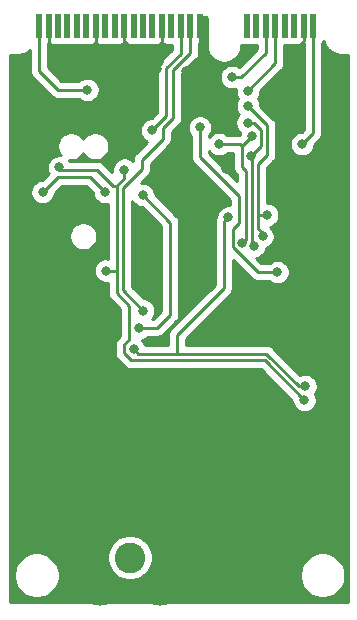
<source format=gbr>
G04 #@! TF.GenerationSoftware,KiCad,Pcbnew,5.1.9-73d0e3b20d~88~ubuntu20.04.1*
G04 #@! TF.CreationDate,2021-01-21T11:25:07+01:00*
G04 #@! TF.ProjectId,lorawan_e78-868ln22s_minipci,6c6f7261-7761-46e5-9f65-37382d383638,V1.0*
G04 #@! TF.SameCoordinates,Original*
G04 #@! TF.FileFunction,Copper,L2,Bot*
G04 #@! TF.FilePolarity,Positive*
%FSLAX46Y46*%
G04 Gerber Fmt 4.6, Leading zero omitted, Abs format (unit mm)*
G04 Created by KiCad (PCBNEW 5.1.9-73d0e3b20d~88~ubuntu20.04.1) date 2021-01-21 11:25:07*
%MOMM*%
%LPD*%
G01*
G04 APERTURE LIST*
G04 #@! TA.AperFunction,SMDPad,CuDef*
%ADD10R,0.600000X2.000000*%
G04 #@! TD*
G04 #@! TA.AperFunction,ComponentPad*
%ADD11C,2.600000*%
G04 #@! TD*
G04 #@! TA.AperFunction,ComponentPad*
%ADD12C,3.000000*%
G04 #@! TD*
G04 #@! TA.AperFunction,ViaPad*
%ADD13C,0.800000*%
G04 #@! TD*
G04 #@! TA.AperFunction,Conductor*
%ADD14C,0.254000*%
G04 #@! TD*
G04 #@! TA.AperFunction,Conductor*
%ADD15C,0.100000*%
G04 #@! TD*
G04 APERTURE END LIST*
D10*
X141237843Y-70817433D03*
X142037843Y-70817433D03*
X142837843Y-70817433D03*
X143637843Y-70817433D03*
X144437843Y-70817433D03*
X145237843Y-70817433D03*
X146037843Y-70817433D03*
X146837843Y-70817433D03*
X147637843Y-70817433D03*
X148437843Y-70817433D03*
X149237843Y-70817433D03*
X150037843Y-70817433D03*
X150837843Y-70817433D03*
X151637843Y-70817433D03*
X152437843Y-70817433D03*
X153237843Y-70817433D03*
X154037843Y-70817433D03*
X154837843Y-70817433D03*
X158837843Y-70817433D03*
X159637843Y-70817433D03*
X160437843Y-70817433D03*
X161237843Y-70817433D03*
X162037843Y-70817433D03*
X162837843Y-70817433D03*
X163637843Y-70817433D03*
X164437843Y-70817433D03*
D11*
X148930000Y-115810000D03*
D12*
X146390000Y-113270000D03*
X151470000Y-113270000D03*
X146390000Y-118350000D03*
X151470000Y-118350000D03*
D13*
X145320000Y-76220000D03*
X163510000Y-80810000D03*
X146810000Y-84850000D03*
X141540000Y-84870000D03*
X154520000Y-112910000D03*
X141360000Y-95880000D03*
X141110000Y-101050000D03*
X150390000Y-73650000D03*
X146060000Y-74170000D03*
X143850000Y-75050000D03*
X146590000Y-104350000D03*
X147620000Y-104360000D03*
X148890000Y-104360000D03*
X150160000Y-104360000D03*
X151430000Y-104360000D03*
X152700000Y-104360000D03*
X153970000Y-104360000D03*
X155240000Y-104360000D03*
X156510000Y-104360000D03*
X157780000Y-104360000D03*
X159050000Y-104360000D03*
X160320000Y-104360000D03*
X161590000Y-104360000D03*
X162860000Y-104360000D03*
X164130000Y-104360000D03*
X165400000Y-104360000D03*
X166670000Y-104360000D03*
X146590000Y-105620000D03*
X146590000Y-106890000D03*
X146590000Y-108160000D03*
X146590000Y-109430000D03*
X146590000Y-110700000D03*
X155790000Y-112910000D03*
X157060000Y-112910000D03*
X158330000Y-112910000D03*
X159600000Y-112910000D03*
X160870000Y-112910000D03*
X162140000Y-112910000D03*
X163410000Y-112910000D03*
X164680000Y-112910000D03*
X165950000Y-112910000D03*
X156050000Y-74240000D03*
X146070000Y-98410000D03*
X149610000Y-87140000D03*
X161520000Y-75990000D03*
X162281613Y-73287098D03*
X158968161Y-72909116D03*
X151238990Y-74429981D03*
X153668355Y-74587128D03*
X157070000Y-82890000D03*
X149640000Y-89020000D03*
X154200000Y-82880000D03*
X156590000Y-77170000D03*
X145310000Y-92340000D03*
X143270000Y-90910000D03*
X142950000Y-86420000D03*
X146890000Y-91520000D03*
X163710000Y-102490000D03*
X148460000Y-82970000D03*
X142940000Y-82778990D03*
X150060000Y-94900000D03*
X157550639Y-75134799D03*
X158930000Y-76290000D03*
X150010000Y-85110000D03*
X149710000Y-96390000D03*
X149250000Y-98190000D03*
X163780000Y-101300000D03*
X157260000Y-87020000D03*
X158888372Y-79001754D03*
X159467010Y-89423628D03*
X159222333Y-81790422D03*
X156480000Y-80810000D03*
X159260979Y-80150000D03*
X158441323Y-89180917D03*
X150800000Y-79640000D03*
X161410000Y-91640000D03*
X154860000Y-79400000D03*
X158920000Y-77590000D03*
X160156031Y-88626012D03*
X160540000Y-86810000D03*
D14*
X141237843Y-70817433D02*
X141237843Y-74637843D01*
X142820000Y-76220000D02*
X145320000Y-76220000D01*
X141237843Y-74637843D02*
X142820000Y-76220000D01*
X164437843Y-79882157D02*
X163510000Y-80810000D01*
X164437843Y-70817433D02*
X164437843Y-79882157D01*
X142850000Y-83560000D02*
X141540000Y-84870000D01*
X145520000Y-83560000D02*
X142850000Y-83560000D01*
X146810000Y-84850000D02*
X145520000Y-83560000D01*
X150016410Y-73650000D02*
X150390000Y-73650000D01*
X148437843Y-72071433D02*
X150016410Y-73650000D01*
X148437843Y-70817433D02*
X148437843Y-72071433D01*
X146037843Y-74147843D02*
X146060000Y-74170000D01*
X146037843Y-70817433D02*
X146037843Y-74147843D01*
X142037843Y-70817433D02*
X142037843Y-74117843D01*
X142970000Y-75050000D02*
X143850000Y-75050000D01*
X142037843Y-74117843D02*
X142970000Y-75050000D01*
X162422178Y-73287098D02*
X162281613Y-73287098D01*
X163637843Y-72071433D02*
X162422178Y-73287098D01*
X163637843Y-70817433D02*
X163637843Y-72071433D01*
X151637843Y-73843721D02*
X151238990Y-74242574D01*
X154837843Y-73417640D02*
X153668355Y-74587128D01*
X151637843Y-70817433D02*
X151637843Y-73843721D01*
X151238990Y-74242574D02*
X151238990Y-74429981D01*
X154837843Y-70817433D02*
X154837843Y-73417640D01*
X149640000Y-87170000D02*
X149610000Y-87140000D01*
X149640000Y-89020000D02*
X149640000Y-87170000D01*
X153668355Y-82348355D02*
X154200000Y-82880000D01*
X153668355Y-74587128D02*
X153668355Y-82348355D01*
X163710000Y-102490000D02*
X160330000Y-99110000D01*
X152750000Y-99110000D02*
X149020000Y-99110000D01*
X160330000Y-99110000D02*
X152750000Y-99110000D01*
X149020000Y-99110000D02*
X148410000Y-98500000D01*
X148410000Y-98500000D02*
X148410000Y-97820000D01*
X148410000Y-97820000D02*
X148880000Y-97350000D01*
X148880000Y-97350000D02*
X148880000Y-94480000D01*
X148880000Y-94480000D02*
X147810000Y-93410000D01*
X147810000Y-90950000D02*
X147810000Y-90800000D01*
X147810000Y-84340000D02*
X148435000Y-83715000D01*
X147810000Y-90950000D02*
X147810000Y-84340000D01*
X147730000Y-91520000D02*
X147810000Y-91440000D01*
X146890000Y-91520000D02*
X147730000Y-91520000D01*
X147810000Y-91440000D02*
X147810000Y-90950000D01*
X147810000Y-93410000D02*
X147810000Y-91440000D01*
X148435000Y-82995000D02*
X148460000Y-82970000D01*
X148435000Y-83715000D02*
X148435000Y-82995000D01*
X143131010Y-82970000D02*
X142940000Y-82778990D01*
X147810000Y-84340000D02*
X147520000Y-84340000D01*
X146150000Y-82970000D02*
X145050000Y-82970000D01*
X147520000Y-84340000D02*
X146150000Y-82970000D01*
X145050000Y-82970000D02*
X143131010Y-82970000D01*
X154037843Y-73070593D02*
X154037843Y-70817433D01*
X150060000Y-94900000D02*
X148350000Y-93190000D01*
X148350000Y-93190000D02*
X148350000Y-84518436D01*
X152600000Y-74508436D02*
X154037843Y-73070593D01*
X149929218Y-82939218D02*
X149929218Y-82140782D01*
X148350000Y-84518436D02*
X149929218Y-82939218D01*
X149929218Y-82140782D02*
X151720000Y-80350000D01*
X151720000Y-79470000D02*
X152600000Y-78590000D01*
X151720000Y-80350000D02*
X151720000Y-79470000D01*
X152600000Y-78590000D02*
X152600000Y-74508436D01*
X160437843Y-70817433D02*
X160437843Y-73053326D01*
X160437843Y-73053326D02*
X158356370Y-75134799D01*
X158356370Y-75134799D02*
X157550639Y-75134799D01*
X161237843Y-73982157D02*
X158930000Y-76290000D01*
X161237843Y-70817433D02*
X161237843Y-73982157D01*
X151210000Y-96390000D02*
X149710000Y-96390000D01*
X152350000Y-95250000D02*
X151210000Y-96390000D01*
X152350000Y-87450000D02*
X152350000Y-95250000D01*
X150010000Y-85110000D02*
X152350000Y-87450000D01*
X156860001Y-87419999D02*
X157260000Y-87020000D01*
X156860001Y-93029999D02*
X156860001Y-87419999D01*
X163240000Y-101300000D02*
X163780000Y-101300000D01*
X160490000Y-98550000D02*
X163240000Y-101300000D01*
X149250000Y-98190000D02*
X149610000Y-98550000D01*
X152935000Y-96955000D02*
X152935000Y-98495000D01*
X152935000Y-98495000D02*
X152880000Y-98550000D01*
X152880000Y-98550000D02*
X160490000Y-98550000D01*
X149610000Y-98550000D02*
X152880000Y-98550000D01*
X152935000Y-96955000D02*
X156860001Y-93029999D01*
X160041989Y-79589686D02*
X160041989Y-80970766D01*
X159454057Y-79001754D02*
X160041989Y-79589686D01*
X158888372Y-79001754D02*
X159454057Y-79001754D01*
X160041989Y-80970766D02*
X159222333Y-81790422D01*
X159467010Y-89423628D02*
X159228011Y-89184629D01*
X159228011Y-89184629D02*
X159228011Y-81796100D01*
X159228011Y-81796100D02*
X159222333Y-81790422D01*
X158600979Y-80810000D02*
X159260979Y-80150000D01*
X158441323Y-80969656D02*
X158600979Y-80810000D01*
X158281667Y-80810000D02*
X158441323Y-80969656D01*
X156480000Y-80810000D02*
X158281667Y-80810000D01*
X158720000Y-88902240D02*
X158441323Y-89180917D01*
X158441323Y-82771323D02*
X158720000Y-83050000D01*
X158720000Y-83050000D02*
X158720000Y-88902240D01*
X158441323Y-80969656D02*
X158441323Y-82771323D01*
X150800000Y-79640000D02*
X152020000Y-78420000D01*
X152020000Y-78420000D02*
X152020000Y-74370000D01*
X153237843Y-73152157D02*
X153237843Y-70817433D01*
X152020000Y-74370000D02*
X153237843Y-73152157D01*
X154860000Y-81920000D02*
X154860000Y-79400000D01*
X158170000Y-85230000D02*
X154860000Y-81920000D01*
X158170000Y-87470000D02*
X158170000Y-85230000D01*
X157660322Y-87979678D02*
X158170000Y-87470000D01*
X157660322Y-89555798D02*
X157660322Y-87979678D01*
X159744524Y-91640000D02*
X157660322Y-89555798D01*
X161410000Y-91640000D02*
X159744524Y-91640000D01*
X160556030Y-79226030D02*
X158920000Y-77590000D01*
X160556030Y-81693970D02*
X160556030Y-79226030D01*
X160156031Y-88376031D02*
X159750000Y-87970000D01*
X159750000Y-82500000D02*
X160556030Y-81693970D01*
X160156031Y-88626012D02*
X160156031Y-88376031D01*
X159850000Y-86810000D02*
X159750000Y-86910000D01*
X160540000Y-86810000D02*
X159850000Y-86810000D01*
X159750000Y-86910000D02*
X159750000Y-82500000D01*
X159750000Y-87970000D02*
X159750000Y-86910000D01*
X165322970Y-72101321D02*
X165325836Y-72110810D01*
X165325837Y-72110816D01*
X165325839Y-72110821D01*
X165372004Y-72259961D01*
X165396943Y-72319289D01*
X165421049Y-72378953D01*
X165425703Y-72387706D01*
X165499964Y-72525048D01*
X165535934Y-72578374D01*
X165571183Y-72632241D01*
X165577449Y-72639923D01*
X165676972Y-72760226D01*
X165722629Y-72805565D01*
X165767659Y-72851548D01*
X165775297Y-72857867D01*
X165896291Y-72956547D01*
X165949849Y-72992131D01*
X166002985Y-73028514D01*
X166011706Y-73033229D01*
X166149563Y-73106529D01*
X166209029Y-73131039D01*
X166268207Y-73156402D01*
X166277677Y-73159333D01*
X166427146Y-73204460D01*
X166490247Y-73216954D01*
X166553213Y-73230338D01*
X166563072Y-73231374D01*
X166649426Y-73239841D01*
X166649963Y-73240003D01*
X166754291Y-73250067D01*
X167357844Y-73248857D01*
X167357843Y-119577433D01*
X138777843Y-119577433D01*
X138777843Y-117126852D01*
X139102843Y-117126852D01*
X139102843Y-117508014D01*
X139177204Y-117881852D01*
X139323068Y-118233999D01*
X139534830Y-118550924D01*
X139804352Y-118820446D01*
X140121277Y-119032208D01*
X140473424Y-119178072D01*
X140847262Y-119252433D01*
X141228424Y-119252433D01*
X141602262Y-119178072D01*
X141954409Y-119032208D01*
X142271334Y-118820446D01*
X142540856Y-118550924D01*
X142752618Y-118233999D01*
X142898482Y-117881852D01*
X142972843Y-117508014D01*
X142972843Y-117126852D01*
X142898482Y-116753014D01*
X142752618Y-116400867D01*
X142540856Y-116083942D01*
X142271334Y-115814420D01*
X141979494Y-115619419D01*
X146995000Y-115619419D01*
X146995000Y-116000581D01*
X147069361Y-116374419D01*
X147215225Y-116726566D01*
X147426987Y-117043491D01*
X147696509Y-117313013D01*
X148013434Y-117524775D01*
X148365581Y-117670639D01*
X148739419Y-117745000D01*
X149120581Y-117745000D01*
X149494419Y-117670639D01*
X149846566Y-117524775D01*
X150163491Y-117313013D01*
X150349652Y-117126852D01*
X163302843Y-117126852D01*
X163302843Y-117508014D01*
X163377204Y-117881852D01*
X163523068Y-118233999D01*
X163734830Y-118550924D01*
X164004352Y-118820446D01*
X164321277Y-119032208D01*
X164673424Y-119178072D01*
X165047262Y-119252433D01*
X165428424Y-119252433D01*
X165802262Y-119178072D01*
X166154409Y-119032208D01*
X166471334Y-118820446D01*
X166740856Y-118550924D01*
X166952618Y-118233999D01*
X167098482Y-117881852D01*
X167172843Y-117508014D01*
X167172843Y-117126852D01*
X167098482Y-116753014D01*
X166952618Y-116400867D01*
X166740856Y-116083942D01*
X166471334Y-115814420D01*
X166154409Y-115602658D01*
X165802262Y-115456794D01*
X165428424Y-115382433D01*
X165047262Y-115382433D01*
X164673424Y-115456794D01*
X164321277Y-115602658D01*
X164004352Y-115814420D01*
X163734830Y-116083942D01*
X163523068Y-116400867D01*
X163377204Y-116753014D01*
X163302843Y-117126852D01*
X150349652Y-117126852D01*
X150433013Y-117043491D01*
X150644775Y-116726566D01*
X150790639Y-116374419D01*
X150865000Y-116000581D01*
X150865000Y-115619419D01*
X150790639Y-115245581D01*
X150644775Y-114893434D01*
X150433013Y-114576509D01*
X150163491Y-114306987D01*
X149846566Y-114095225D01*
X149494419Y-113949361D01*
X149120581Y-113875000D01*
X148739419Y-113875000D01*
X148365581Y-113949361D01*
X148013434Y-114095225D01*
X147696509Y-114306987D01*
X147426987Y-114576509D01*
X147215225Y-114893434D01*
X147069361Y-115245581D01*
X146995000Y-115619419D01*
X141979494Y-115619419D01*
X141954409Y-115602658D01*
X141602262Y-115456794D01*
X141228424Y-115382433D01*
X140847262Y-115382433D01*
X140473424Y-115456794D01*
X140121277Y-115602658D01*
X139804352Y-115814420D01*
X139534830Y-116083942D01*
X139323068Y-116400867D01*
X139177204Y-116753014D01*
X139102843Y-117126852D01*
X138777843Y-117126852D01*
X138777843Y-88493751D01*
X143799700Y-88493751D01*
X143799700Y-88726249D01*
X143845058Y-88954281D01*
X143934032Y-89169082D01*
X144063201Y-89362397D01*
X144227603Y-89526799D01*
X144420918Y-89655968D01*
X144635719Y-89744942D01*
X144863751Y-89790300D01*
X145096249Y-89790300D01*
X145324281Y-89744942D01*
X145539082Y-89655968D01*
X145732397Y-89526799D01*
X145896799Y-89362397D01*
X146025968Y-89169082D01*
X146114942Y-88954281D01*
X146160300Y-88726249D01*
X146160300Y-88493751D01*
X146114942Y-88265719D01*
X146025968Y-88050918D01*
X145896799Y-87857603D01*
X145732397Y-87693201D01*
X145539082Y-87564032D01*
X145324281Y-87475058D01*
X145096249Y-87429700D01*
X144863751Y-87429700D01*
X144635719Y-87475058D01*
X144420918Y-87564032D01*
X144227603Y-87693201D01*
X144063201Y-87857603D01*
X143934032Y-88050918D01*
X143845058Y-88265719D01*
X143799700Y-88493751D01*
X138777843Y-88493751D01*
X138777843Y-73248716D01*
X139521535Y-73250060D01*
X139555283Y-73246798D01*
X139562713Y-73246826D01*
X139572576Y-73245827D01*
X139727800Y-73229007D01*
X139790779Y-73215869D01*
X139853964Y-73203605D01*
X139863441Y-73200710D01*
X139863447Y-73200709D01*
X139863453Y-73200707D01*
X140012446Y-73154062D01*
X140071681Y-73128938D01*
X140131273Y-73104639D01*
X140140008Y-73099957D01*
X140140013Y-73099955D01*
X140140018Y-73099952D01*
X140277113Y-73025257D01*
X140330365Y-72989089D01*
X140384081Y-72953692D01*
X140391743Y-72947402D01*
X140475844Y-72877373D01*
X140475844Y-74600410D01*
X140472157Y-74637843D01*
X140486870Y-74787221D01*
X140530442Y-74930858D01*
X140601198Y-75063235D01*
X140668368Y-75145081D01*
X140696422Y-75179265D01*
X140725492Y-75203122D01*
X142254721Y-76732352D01*
X142278578Y-76761422D01*
X142307648Y-76785279D01*
X142394607Y-76856645D01*
X142465364Y-76894465D01*
X142526985Y-76927402D01*
X142670622Y-76970974D01*
X142782574Y-76982000D01*
X142782577Y-76982000D01*
X142820000Y-76985686D01*
X142857423Y-76982000D01*
X144618289Y-76982000D01*
X144660226Y-77023937D01*
X144829744Y-77137205D01*
X145018102Y-77215226D01*
X145218061Y-77255000D01*
X145421939Y-77255000D01*
X145621898Y-77215226D01*
X145810256Y-77137205D01*
X145979774Y-77023937D01*
X146123937Y-76879774D01*
X146237205Y-76710256D01*
X146315226Y-76521898D01*
X146355000Y-76321939D01*
X146355000Y-76118061D01*
X146315226Y-75918102D01*
X146237205Y-75729744D01*
X146123937Y-75560226D01*
X145979774Y-75416063D01*
X145810256Y-75302795D01*
X145621898Y-75224774D01*
X145421939Y-75185000D01*
X145218061Y-75185000D01*
X145018102Y-75224774D01*
X144829744Y-75302795D01*
X144660226Y-75416063D01*
X144618289Y-75458000D01*
X143135631Y-75458000D01*
X141999843Y-74322213D01*
X141999843Y-72255440D01*
X142037843Y-72209137D01*
X142086658Y-72268618D01*
X142183349Y-72347970D01*
X142293663Y-72406935D01*
X142413361Y-72443245D01*
X142537843Y-72455505D01*
X143137843Y-72455505D01*
X143237843Y-72445656D01*
X143337843Y-72455505D01*
X143937843Y-72455505D01*
X144037843Y-72445656D01*
X144137843Y-72455505D01*
X144737843Y-72455505D01*
X144837843Y-72445656D01*
X144937843Y-72455505D01*
X145537843Y-72455505D01*
X145662325Y-72443245D01*
X145782023Y-72406935D01*
X145892337Y-72347970D01*
X145989028Y-72268618D01*
X146037843Y-72209137D01*
X146086658Y-72268618D01*
X146183349Y-72347970D01*
X146293663Y-72406935D01*
X146413361Y-72443245D01*
X146537843Y-72455505D01*
X147137843Y-72455505D01*
X147237843Y-72445656D01*
X147337843Y-72455505D01*
X147937843Y-72455505D01*
X148062325Y-72443245D01*
X148182023Y-72406935D01*
X148292337Y-72347970D01*
X148389028Y-72268618D01*
X148437843Y-72209137D01*
X148486658Y-72268618D01*
X148583349Y-72347970D01*
X148693663Y-72406935D01*
X148813361Y-72443245D01*
X148937843Y-72455505D01*
X149537843Y-72455505D01*
X149637843Y-72445656D01*
X149737843Y-72455505D01*
X150337843Y-72455505D01*
X150437843Y-72445656D01*
X150537843Y-72455505D01*
X151137843Y-72455505D01*
X151262325Y-72443245D01*
X151382023Y-72406935D01*
X151492337Y-72347970D01*
X151589028Y-72268618D01*
X151637843Y-72209137D01*
X151686658Y-72268618D01*
X151783349Y-72347970D01*
X151893663Y-72406935D01*
X152013361Y-72443245D01*
X152137843Y-72455505D01*
X152475843Y-72455505D01*
X152475843Y-72836526D01*
X151507649Y-73804721D01*
X151478579Y-73828578D01*
X151454722Y-73857648D01*
X151454721Y-73857649D01*
X151383355Y-73944608D01*
X151312599Y-74076985D01*
X151269027Y-74220622D01*
X151254314Y-74370000D01*
X151258001Y-74407433D01*
X151258000Y-78104370D01*
X150757370Y-78605000D01*
X150698061Y-78605000D01*
X150498102Y-78644774D01*
X150309744Y-78722795D01*
X150140226Y-78836063D01*
X149996063Y-78980226D01*
X149882795Y-79149744D01*
X149804774Y-79338102D01*
X149765000Y-79538061D01*
X149765000Y-79741939D01*
X149804774Y-79941898D01*
X149882795Y-80130256D01*
X149996063Y-80299774D01*
X150140226Y-80443937D01*
X150309744Y-80557205D01*
X150398429Y-80593940D01*
X149416867Y-81575503D01*
X149387797Y-81599360D01*
X149363940Y-81628430D01*
X149363939Y-81628431D01*
X149292573Y-81715390D01*
X149224180Y-81843347D01*
X149221817Y-81847767D01*
X149178244Y-81991404D01*
X149169180Y-82083437D01*
X149163532Y-82140782D01*
X149167218Y-82178205D01*
X149167218Y-82213507D01*
X149119774Y-82166063D01*
X148950256Y-82052795D01*
X148761898Y-81974774D01*
X148561939Y-81935000D01*
X148358061Y-81935000D01*
X148158102Y-81974774D01*
X147969744Y-82052795D01*
X147800226Y-82166063D01*
X147656063Y-82310226D01*
X147542795Y-82479744D01*
X147464774Y-82668102D01*
X147425000Y-82868061D01*
X147425000Y-83071939D01*
X147448696Y-83191066D01*
X146715284Y-82457654D01*
X146691422Y-82428578D01*
X146575392Y-82333355D01*
X146443015Y-82262598D01*
X146299378Y-82219026D01*
X146187426Y-82208000D01*
X146187423Y-82208000D01*
X146150000Y-82204314D01*
X146112577Y-82208000D01*
X143803260Y-82208000D01*
X143767236Y-82154086D01*
X143848752Y-82170300D01*
X144081250Y-82170300D01*
X144309282Y-82124942D01*
X144524083Y-82035968D01*
X144717398Y-81906799D01*
X144881800Y-81742397D01*
X144980001Y-81595430D01*
X145078201Y-81742397D01*
X145242603Y-81906799D01*
X145435918Y-82035968D01*
X145650719Y-82124942D01*
X145878751Y-82170300D01*
X146111249Y-82170300D01*
X146339281Y-82124942D01*
X146554082Y-82035968D01*
X146747397Y-81906799D01*
X146911799Y-81742397D01*
X147040968Y-81549082D01*
X147129942Y-81334281D01*
X147175300Y-81106249D01*
X147175300Y-80873751D01*
X147129942Y-80645719D01*
X147040968Y-80430918D01*
X146911799Y-80237603D01*
X146747397Y-80073201D01*
X146554082Y-79944032D01*
X146339281Y-79855058D01*
X146111249Y-79809700D01*
X145878751Y-79809700D01*
X145650719Y-79855058D01*
X145435918Y-79944032D01*
X145242603Y-80073201D01*
X145078201Y-80237603D01*
X144980001Y-80384570D01*
X144881800Y-80237603D01*
X144717398Y-80073201D01*
X144524083Y-79944032D01*
X144309282Y-79855058D01*
X144081250Y-79809700D01*
X143848752Y-79809700D01*
X143620720Y-79855058D01*
X143405919Y-79944032D01*
X143212604Y-80073201D01*
X143048202Y-80237603D01*
X142919033Y-80430918D01*
X142830059Y-80645719D01*
X142784701Y-80873751D01*
X142784701Y-81106249D01*
X142830059Y-81334281D01*
X142919033Y-81549082D01*
X143048202Y-81742397D01*
X143051746Y-81745941D01*
X143041939Y-81743990D01*
X142838061Y-81743990D01*
X142638102Y-81783764D01*
X142449744Y-81861785D01*
X142280226Y-81975053D01*
X142136063Y-82119216D01*
X142022795Y-82288734D01*
X141944774Y-82477092D01*
X141905000Y-82677051D01*
X141905000Y-82880929D01*
X141944774Y-83080888D01*
X142022795Y-83269246D01*
X142038948Y-83293421D01*
X141497370Y-83835000D01*
X141438061Y-83835000D01*
X141238102Y-83874774D01*
X141049744Y-83952795D01*
X140880226Y-84066063D01*
X140736063Y-84210226D01*
X140622795Y-84379744D01*
X140544774Y-84568102D01*
X140505000Y-84768061D01*
X140505000Y-84971939D01*
X140544774Y-85171898D01*
X140622795Y-85360256D01*
X140736063Y-85529774D01*
X140880226Y-85673937D01*
X141049744Y-85787205D01*
X141238102Y-85865226D01*
X141438061Y-85905000D01*
X141641939Y-85905000D01*
X141841898Y-85865226D01*
X142030256Y-85787205D01*
X142199774Y-85673937D01*
X142343937Y-85529774D01*
X142457205Y-85360256D01*
X142535226Y-85171898D01*
X142575000Y-84971939D01*
X142575000Y-84912630D01*
X143165631Y-84322000D01*
X145204370Y-84322000D01*
X145775000Y-84892631D01*
X145775000Y-84951939D01*
X145814774Y-85151898D01*
X145892795Y-85340256D01*
X146006063Y-85509774D01*
X146150226Y-85653937D01*
X146319744Y-85767205D01*
X146508102Y-85845226D01*
X146708061Y-85885000D01*
X146911939Y-85885000D01*
X147048001Y-85857936D01*
X147048000Y-90496151D01*
X146991939Y-90485000D01*
X146788061Y-90485000D01*
X146588102Y-90524774D01*
X146399744Y-90602795D01*
X146230226Y-90716063D01*
X146086063Y-90860226D01*
X145972795Y-91029744D01*
X145894774Y-91218102D01*
X145855000Y-91418061D01*
X145855000Y-91621939D01*
X145894774Y-91821898D01*
X145972795Y-92010256D01*
X146086063Y-92179774D01*
X146230226Y-92323937D01*
X146399744Y-92437205D01*
X146588102Y-92515226D01*
X146788061Y-92555000D01*
X146991939Y-92555000D01*
X147048000Y-92543849D01*
X147048000Y-93372576D01*
X147044314Y-93410000D01*
X147048000Y-93447423D01*
X147048000Y-93447425D01*
X147059026Y-93559377D01*
X147102598Y-93703014D01*
X147120978Y-93737401D01*
X147173355Y-93835392D01*
X147197654Y-93865000D01*
X147268578Y-93951422D01*
X147297654Y-93975284D01*
X148118001Y-94795631D01*
X148118000Y-97034370D01*
X147897649Y-97254721D01*
X147868579Y-97278578D01*
X147844722Y-97307648D01*
X147844721Y-97307649D01*
X147773355Y-97394608D01*
X147718936Y-97496421D01*
X147702599Y-97526985D01*
X147659026Y-97670622D01*
X147648000Y-97782574D01*
X147644314Y-97820000D01*
X147648000Y-97857423D01*
X147648000Y-98462577D01*
X147644314Y-98500000D01*
X147648000Y-98537423D01*
X147648000Y-98537425D01*
X147659026Y-98649377D01*
X147702598Y-98793014D01*
X147702599Y-98793015D01*
X147773355Y-98925392D01*
X147802267Y-98960621D01*
X147868578Y-99041422D01*
X147897653Y-99065283D01*
X148454720Y-99622351D01*
X148478578Y-99651422D01*
X148594608Y-99746645D01*
X148726985Y-99817402D01*
X148870622Y-99860974D01*
X148982574Y-99872000D01*
X148982576Y-99872000D01*
X149019999Y-99875686D01*
X149057422Y-99872000D01*
X160014370Y-99872000D01*
X162675000Y-102532631D01*
X162675000Y-102591939D01*
X162714774Y-102791898D01*
X162792795Y-102980256D01*
X162906063Y-103149774D01*
X163050226Y-103293937D01*
X163219744Y-103407205D01*
X163408102Y-103485226D01*
X163608061Y-103525000D01*
X163811939Y-103525000D01*
X164011898Y-103485226D01*
X164200256Y-103407205D01*
X164369774Y-103293937D01*
X164513937Y-103149774D01*
X164627205Y-102980256D01*
X164705226Y-102791898D01*
X164745000Y-102591939D01*
X164745000Y-102388061D01*
X164705226Y-102188102D01*
X164627205Y-101999744D01*
X164592217Y-101947381D01*
X164697205Y-101790256D01*
X164775226Y-101601898D01*
X164815000Y-101401939D01*
X164815000Y-101198061D01*
X164775226Y-100998102D01*
X164697205Y-100809744D01*
X164583937Y-100640226D01*
X164439774Y-100496063D01*
X164270256Y-100382795D01*
X164081898Y-100304774D01*
X163881939Y-100265000D01*
X163678061Y-100265000D01*
X163478102Y-100304774D01*
X163368008Y-100350377D01*
X161055284Y-98037654D01*
X161031422Y-98008578D01*
X160915392Y-97913355D01*
X160783015Y-97842598D01*
X160639378Y-97799026D01*
X160527426Y-97788000D01*
X160527423Y-97788000D01*
X160490000Y-97784314D01*
X160452577Y-97788000D01*
X153697000Y-97788000D01*
X153697000Y-97270630D01*
X157372348Y-93595282D01*
X157401423Y-93571421D01*
X157473976Y-93483015D01*
X157496646Y-93455392D01*
X157558656Y-93339378D01*
X157567403Y-93323014D01*
X157610975Y-93179377D01*
X157622001Y-93067425D01*
X157622001Y-93067422D01*
X157625687Y-93029999D01*
X157622001Y-92992576D01*
X157622001Y-90595107D01*
X159179245Y-92152352D01*
X159203102Y-92181422D01*
X159232172Y-92205279D01*
X159319131Y-92276645D01*
X159362403Y-92299774D01*
X159451509Y-92347402D01*
X159595146Y-92390974D01*
X159707098Y-92402000D01*
X159707101Y-92402000D01*
X159744524Y-92405686D01*
X159781947Y-92402000D01*
X160708289Y-92402000D01*
X160750226Y-92443937D01*
X160919744Y-92557205D01*
X161108102Y-92635226D01*
X161308061Y-92675000D01*
X161511939Y-92675000D01*
X161711898Y-92635226D01*
X161900256Y-92557205D01*
X162069774Y-92443937D01*
X162213937Y-92299774D01*
X162327205Y-92130256D01*
X162405226Y-91941898D01*
X162445000Y-91741939D01*
X162445000Y-91538061D01*
X162405226Y-91338102D01*
X162327205Y-91149744D01*
X162213937Y-90980226D01*
X162069774Y-90836063D01*
X161900256Y-90722795D01*
X161711898Y-90644774D01*
X161511939Y-90605000D01*
X161308061Y-90605000D01*
X161108102Y-90644774D01*
X160919744Y-90722795D01*
X160750226Y-90836063D01*
X160708289Y-90878000D01*
X160060155Y-90878000D01*
X159628865Y-90446710D01*
X159768908Y-90418854D01*
X159957266Y-90340833D01*
X160126784Y-90227565D01*
X160270947Y-90083402D01*
X160384215Y-89913884D01*
X160462236Y-89725526D01*
X160485229Y-89609930D01*
X160646287Y-89543217D01*
X160815805Y-89429949D01*
X160959968Y-89285786D01*
X161073236Y-89116268D01*
X161151257Y-88927910D01*
X161191031Y-88727951D01*
X161191031Y-88524073D01*
X161151257Y-88324114D01*
X161073236Y-88135756D01*
X160959968Y-87966238D01*
X160815805Y-87822075D01*
X160802359Y-87813091D01*
X160841898Y-87805226D01*
X161030256Y-87727205D01*
X161199774Y-87613937D01*
X161343937Y-87469774D01*
X161457205Y-87300256D01*
X161535226Y-87111898D01*
X161575000Y-86911939D01*
X161575000Y-86708061D01*
X161535226Y-86508102D01*
X161457205Y-86319744D01*
X161343937Y-86150226D01*
X161199774Y-86006063D01*
X161030256Y-85892795D01*
X160841898Y-85814774D01*
X160641939Y-85775000D01*
X160512000Y-85775000D01*
X160512000Y-82815630D01*
X161068377Y-82259253D01*
X161097452Y-82235392D01*
X161157887Y-82161751D01*
X161192675Y-82119363D01*
X161263431Y-81986986D01*
X161263432Y-81986985D01*
X161307004Y-81843348D01*
X161318030Y-81731396D01*
X161318030Y-81731393D01*
X161321716Y-81693970D01*
X161318030Y-81656547D01*
X161318030Y-79263453D01*
X161321716Y-79226030D01*
X161318030Y-79188604D01*
X161307004Y-79076652D01*
X161263432Y-78933015D01*
X161210163Y-78833355D01*
X161192675Y-78800637D01*
X161121309Y-78713678D01*
X161097452Y-78684608D01*
X161068382Y-78660751D01*
X159955000Y-77547370D01*
X159955000Y-77488061D01*
X159915226Y-77288102D01*
X159837205Y-77099744D01*
X159735468Y-76947483D01*
X159847205Y-76780256D01*
X159925226Y-76591898D01*
X159965000Y-76391939D01*
X159965000Y-76332630D01*
X161750195Y-74547436D01*
X161779265Y-74523579D01*
X161822407Y-74471010D01*
X161874488Y-74407550D01*
X161945244Y-74275173D01*
X161945245Y-74275172D01*
X161988817Y-74131535D01*
X161999843Y-74019583D01*
X161999843Y-74019580D01*
X162003529Y-73982157D01*
X161999843Y-73944734D01*
X161999843Y-72455505D01*
X162337843Y-72455505D01*
X162437843Y-72445656D01*
X162537843Y-72455505D01*
X163137843Y-72455505D01*
X163262325Y-72443245D01*
X163382023Y-72406935D01*
X163492337Y-72347970D01*
X163589028Y-72268618D01*
X163637843Y-72209137D01*
X163675843Y-72255440D01*
X163675844Y-79566525D01*
X163467369Y-79775000D01*
X163408061Y-79775000D01*
X163208102Y-79814774D01*
X163019744Y-79892795D01*
X162850226Y-80006063D01*
X162706063Y-80150226D01*
X162592795Y-80319744D01*
X162514774Y-80508102D01*
X162475000Y-80708061D01*
X162475000Y-80911939D01*
X162514774Y-81111898D01*
X162592795Y-81300256D01*
X162706063Y-81469774D01*
X162850226Y-81613937D01*
X163019744Y-81727205D01*
X163208102Y-81805226D01*
X163408061Y-81845000D01*
X163611939Y-81845000D01*
X163811898Y-81805226D01*
X164000256Y-81727205D01*
X164169774Y-81613937D01*
X164313937Y-81469774D01*
X164427205Y-81300256D01*
X164505226Y-81111898D01*
X164545000Y-80911939D01*
X164545000Y-80852631D01*
X164950194Y-80447436D01*
X164979265Y-80423579D01*
X165074488Y-80307549D01*
X165145245Y-80175172D01*
X165188817Y-80031535D01*
X165199843Y-79919583D01*
X165199843Y-79919581D01*
X165203529Y-79882158D01*
X165199843Y-79844735D01*
X165199843Y-72255440D01*
X165268380Y-72171927D01*
X165318538Y-72078089D01*
X165322970Y-72101321D01*
G04 #@! TA.AperFunction,Conductor*
D15*
G36*
X165322970Y-72101321D02*
G01*
X165325836Y-72110810D01*
X165325837Y-72110816D01*
X165325839Y-72110821D01*
X165372004Y-72259961D01*
X165396943Y-72319289D01*
X165421049Y-72378953D01*
X165425703Y-72387706D01*
X165499964Y-72525048D01*
X165535934Y-72578374D01*
X165571183Y-72632241D01*
X165577449Y-72639923D01*
X165676972Y-72760226D01*
X165722629Y-72805565D01*
X165767659Y-72851548D01*
X165775297Y-72857867D01*
X165896291Y-72956547D01*
X165949849Y-72992131D01*
X166002985Y-73028514D01*
X166011706Y-73033229D01*
X166149563Y-73106529D01*
X166209029Y-73131039D01*
X166268207Y-73156402D01*
X166277677Y-73159333D01*
X166427146Y-73204460D01*
X166490247Y-73216954D01*
X166553213Y-73230338D01*
X166563072Y-73231374D01*
X166649426Y-73239841D01*
X166649963Y-73240003D01*
X166754291Y-73250067D01*
X167357844Y-73248857D01*
X167357843Y-119577433D01*
X138777843Y-119577433D01*
X138777843Y-117126852D01*
X139102843Y-117126852D01*
X139102843Y-117508014D01*
X139177204Y-117881852D01*
X139323068Y-118233999D01*
X139534830Y-118550924D01*
X139804352Y-118820446D01*
X140121277Y-119032208D01*
X140473424Y-119178072D01*
X140847262Y-119252433D01*
X141228424Y-119252433D01*
X141602262Y-119178072D01*
X141954409Y-119032208D01*
X142271334Y-118820446D01*
X142540856Y-118550924D01*
X142752618Y-118233999D01*
X142898482Y-117881852D01*
X142972843Y-117508014D01*
X142972843Y-117126852D01*
X142898482Y-116753014D01*
X142752618Y-116400867D01*
X142540856Y-116083942D01*
X142271334Y-115814420D01*
X141979494Y-115619419D01*
X146995000Y-115619419D01*
X146995000Y-116000581D01*
X147069361Y-116374419D01*
X147215225Y-116726566D01*
X147426987Y-117043491D01*
X147696509Y-117313013D01*
X148013434Y-117524775D01*
X148365581Y-117670639D01*
X148739419Y-117745000D01*
X149120581Y-117745000D01*
X149494419Y-117670639D01*
X149846566Y-117524775D01*
X150163491Y-117313013D01*
X150349652Y-117126852D01*
X163302843Y-117126852D01*
X163302843Y-117508014D01*
X163377204Y-117881852D01*
X163523068Y-118233999D01*
X163734830Y-118550924D01*
X164004352Y-118820446D01*
X164321277Y-119032208D01*
X164673424Y-119178072D01*
X165047262Y-119252433D01*
X165428424Y-119252433D01*
X165802262Y-119178072D01*
X166154409Y-119032208D01*
X166471334Y-118820446D01*
X166740856Y-118550924D01*
X166952618Y-118233999D01*
X167098482Y-117881852D01*
X167172843Y-117508014D01*
X167172843Y-117126852D01*
X167098482Y-116753014D01*
X166952618Y-116400867D01*
X166740856Y-116083942D01*
X166471334Y-115814420D01*
X166154409Y-115602658D01*
X165802262Y-115456794D01*
X165428424Y-115382433D01*
X165047262Y-115382433D01*
X164673424Y-115456794D01*
X164321277Y-115602658D01*
X164004352Y-115814420D01*
X163734830Y-116083942D01*
X163523068Y-116400867D01*
X163377204Y-116753014D01*
X163302843Y-117126852D01*
X150349652Y-117126852D01*
X150433013Y-117043491D01*
X150644775Y-116726566D01*
X150790639Y-116374419D01*
X150865000Y-116000581D01*
X150865000Y-115619419D01*
X150790639Y-115245581D01*
X150644775Y-114893434D01*
X150433013Y-114576509D01*
X150163491Y-114306987D01*
X149846566Y-114095225D01*
X149494419Y-113949361D01*
X149120581Y-113875000D01*
X148739419Y-113875000D01*
X148365581Y-113949361D01*
X148013434Y-114095225D01*
X147696509Y-114306987D01*
X147426987Y-114576509D01*
X147215225Y-114893434D01*
X147069361Y-115245581D01*
X146995000Y-115619419D01*
X141979494Y-115619419D01*
X141954409Y-115602658D01*
X141602262Y-115456794D01*
X141228424Y-115382433D01*
X140847262Y-115382433D01*
X140473424Y-115456794D01*
X140121277Y-115602658D01*
X139804352Y-115814420D01*
X139534830Y-116083942D01*
X139323068Y-116400867D01*
X139177204Y-116753014D01*
X139102843Y-117126852D01*
X138777843Y-117126852D01*
X138777843Y-88493751D01*
X143799700Y-88493751D01*
X143799700Y-88726249D01*
X143845058Y-88954281D01*
X143934032Y-89169082D01*
X144063201Y-89362397D01*
X144227603Y-89526799D01*
X144420918Y-89655968D01*
X144635719Y-89744942D01*
X144863751Y-89790300D01*
X145096249Y-89790300D01*
X145324281Y-89744942D01*
X145539082Y-89655968D01*
X145732397Y-89526799D01*
X145896799Y-89362397D01*
X146025968Y-89169082D01*
X146114942Y-88954281D01*
X146160300Y-88726249D01*
X146160300Y-88493751D01*
X146114942Y-88265719D01*
X146025968Y-88050918D01*
X145896799Y-87857603D01*
X145732397Y-87693201D01*
X145539082Y-87564032D01*
X145324281Y-87475058D01*
X145096249Y-87429700D01*
X144863751Y-87429700D01*
X144635719Y-87475058D01*
X144420918Y-87564032D01*
X144227603Y-87693201D01*
X144063201Y-87857603D01*
X143934032Y-88050918D01*
X143845058Y-88265719D01*
X143799700Y-88493751D01*
X138777843Y-88493751D01*
X138777843Y-73248716D01*
X139521535Y-73250060D01*
X139555283Y-73246798D01*
X139562713Y-73246826D01*
X139572576Y-73245827D01*
X139727800Y-73229007D01*
X139790779Y-73215869D01*
X139853964Y-73203605D01*
X139863441Y-73200710D01*
X139863447Y-73200709D01*
X139863453Y-73200707D01*
X140012446Y-73154062D01*
X140071681Y-73128938D01*
X140131273Y-73104639D01*
X140140008Y-73099957D01*
X140140013Y-73099955D01*
X140140018Y-73099952D01*
X140277113Y-73025257D01*
X140330365Y-72989089D01*
X140384081Y-72953692D01*
X140391743Y-72947402D01*
X140475844Y-72877373D01*
X140475844Y-74600410D01*
X140472157Y-74637843D01*
X140486870Y-74787221D01*
X140530442Y-74930858D01*
X140601198Y-75063235D01*
X140668368Y-75145081D01*
X140696422Y-75179265D01*
X140725492Y-75203122D01*
X142254721Y-76732352D01*
X142278578Y-76761422D01*
X142307648Y-76785279D01*
X142394607Y-76856645D01*
X142465364Y-76894465D01*
X142526985Y-76927402D01*
X142670622Y-76970974D01*
X142782574Y-76982000D01*
X142782577Y-76982000D01*
X142820000Y-76985686D01*
X142857423Y-76982000D01*
X144618289Y-76982000D01*
X144660226Y-77023937D01*
X144829744Y-77137205D01*
X145018102Y-77215226D01*
X145218061Y-77255000D01*
X145421939Y-77255000D01*
X145621898Y-77215226D01*
X145810256Y-77137205D01*
X145979774Y-77023937D01*
X146123937Y-76879774D01*
X146237205Y-76710256D01*
X146315226Y-76521898D01*
X146355000Y-76321939D01*
X146355000Y-76118061D01*
X146315226Y-75918102D01*
X146237205Y-75729744D01*
X146123937Y-75560226D01*
X145979774Y-75416063D01*
X145810256Y-75302795D01*
X145621898Y-75224774D01*
X145421939Y-75185000D01*
X145218061Y-75185000D01*
X145018102Y-75224774D01*
X144829744Y-75302795D01*
X144660226Y-75416063D01*
X144618289Y-75458000D01*
X143135631Y-75458000D01*
X141999843Y-74322213D01*
X141999843Y-72255440D01*
X142037843Y-72209137D01*
X142086658Y-72268618D01*
X142183349Y-72347970D01*
X142293663Y-72406935D01*
X142413361Y-72443245D01*
X142537843Y-72455505D01*
X143137843Y-72455505D01*
X143237843Y-72445656D01*
X143337843Y-72455505D01*
X143937843Y-72455505D01*
X144037843Y-72445656D01*
X144137843Y-72455505D01*
X144737843Y-72455505D01*
X144837843Y-72445656D01*
X144937843Y-72455505D01*
X145537843Y-72455505D01*
X145662325Y-72443245D01*
X145782023Y-72406935D01*
X145892337Y-72347970D01*
X145989028Y-72268618D01*
X146037843Y-72209137D01*
X146086658Y-72268618D01*
X146183349Y-72347970D01*
X146293663Y-72406935D01*
X146413361Y-72443245D01*
X146537843Y-72455505D01*
X147137843Y-72455505D01*
X147237843Y-72445656D01*
X147337843Y-72455505D01*
X147937843Y-72455505D01*
X148062325Y-72443245D01*
X148182023Y-72406935D01*
X148292337Y-72347970D01*
X148389028Y-72268618D01*
X148437843Y-72209137D01*
X148486658Y-72268618D01*
X148583349Y-72347970D01*
X148693663Y-72406935D01*
X148813361Y-72443245D01*
X148937843Y-72455505D01*
X149537843Y-72455505D01*
X149637843Y-72445656D01*
X149737843Y-72455505D01*
X150337843Y-72455505D01*
X150437843Y-72445656D01*
X150537843Y-72455505D01*
X151137843Y-72455505D01*
X151262325Y-72443245D01*
X151382023Y-72406935D01*
X151492337Y-72347970D01*
X151589028Y-72268618D01*
X151637843Y-72209137D01*
X151686658Y-72268618D01*
X151783349Y-72347970D01*
X151893663Y-72406935D01*
X152013361Y-72443245D01*
X152137843Y-72455505D01*
X152475843Y-72455505D01*
X152475843Y-72836526D01*
X151507649Y-73804721D01*
X151478579Y-73828578D01*
X151454722Y-73857648D01*
X151454721Y-73857649D01*
X151383355Y-73944608D01*
X151312599Y-74076985D01*
X151269027Y-74220622D01*
X151254314Y-74370000D01*
X151258001Y-74407433D01*
X151258000Y-78104370D01*
X150757370Y-78605000D01*
X150698061Y-78605000D01*
X150498102Y-78644774D01*
X150309744Y-78722795D01*
X150140226Y-78836063D01*
X149996063Y-78980226D01*
X149882795Y-79149744D01*
X149804774Y-79338102D01*
X149765000Y-79538061D01*
X149765000Y-79741939D01*
X149804774Y-79941898D01*
X149882795Y-80130256D01*
X149996063Y-80299774D01*
X150140226Y-80443937D01*
X150309744Y-80557205D01*
X150398429Y-80593940D01*
X149416867Y-81575503D01*
X149387797Y-81599360D01*
X149363940Y-81628430D01*
X149363939Y-81628431D01*
X149292573Y-81715390D01*
X149224180Y-81843347D01*
X149221817Y-81847767D01*
X149178244Y-81991404D01*
X149169180Y-82083437D01*
X149163532Y-82140782D01*
X149167218Y-82178205D01*
X149167218Y-82213507D01*
X149119774Y-82166063D01*
X148950256Y-82052795D01*
X148761898Y-81974774D01*
X148561939Y-81935000D01*
X148358061Y-81935000D01*
X148158102Y-81974774D01*
X147969744Y-82052795D01*
X147800226Y-82166063D01*
X147656063Y-82310226D01*
X147542795Y-82479744D01*
X147464774Y-82668102D01*
X147425000Y-82868061D01*
X147425000Y-83071939D01*
X147448696Y-83191066D01*
X146715284Y-82457654D01*
X146691422Y-82428578D01*
X146575392Y-82333355D01*
X146443015Y-82262598D01*
X146299378Y-82219026D01*
X146187426Y-82208000D01*
X146187423Y-82208000D01*
X146150000Y-82204314D01*
X146112577Y-82208000D01*
X143803260Y-82208000D01*
X143767236Y-82154086D01*
X143848752Y-82170300D01*
X144081250Y-82170300D01*
X144309282Y-82124942D01*
X144524083Y-82035968D01*
X144717398Y-81906799D01*
X144881800Y-81742397D01*
X144980001Y-81595430D01*
X145078201Y-81742397D01*
X145242603Y-81906799D01*
X145435918Y-82035968D01*
X145650719Y-82124942D01*
X145878751Y-82170300D01*
X146111249Y-82170300D01*
X146339281Y-82124942D01*
X146554082Y-82035968D01*
X146747397Y-81906799D01*
X146911799Y-81742397D01*
X147040968Y-81549082D01*
X147129942Y-81334281D01*
X147175300Y-81106249D01*
X147175300Y-80873751D01*
X147129942Y-80645719D01*
X147040968Y-80430918D01*
X146911799Y-80237603D01*
X146747397Y-80073201D01*
X146554082Y-79944032D01*
X146339281Y-79855058D01*
X146111249Y-79809700D01*
X145878751Y-79809700D01*
X145650719Y-79855058D01*
X145435918Y-79944032D01*
X145242603Y-80073201D01*
X145078201Y-80237603D01*
X144980001Y-80384570D01*
X144881800Y-80237603D01*
X144717398Y-80073201D01*
X144524083Y-79944032D01*
X144309282Y-79855058D01*
X144081250Y-79809700D01*
X143848752Y-79809700D01*
X143620720Y-79855058D01*
X143405919Y-79944032D01*
X143212604Y-80073201D01*
X143048202Y-80237603D01*
X142919033Y-80430918D01*
X142830059Y-80645719D01*
X142784701Y-80873751D01*
X142784701Y-81106249D01*
X142830059Y-81334281D01*
X142919033Y-81549082D01*
X143048202Y-81742397D01*
X143051746Y-81745941D01*
X143041939Y-81743990D01*
X142838061Y-81743990D01*
X142638102Y-81783764D01*
X142449744Y-81861785D01*
X142280226Y-81975053D01*
X142136063Y-82119216D01*
X142022795Y-82288734D01*
X141944774Y-82477092D01*
X141905000Y-82677051D01*
X141905000Y-82880929D01*
X141944774Y-83080888D01*
X142022795Y-83269246D01*
X142038948Y-83293421D01*
X141497370Y-83835000D01*
X141438061Y-83835000D01*
X141238102Y-83874774D01*
X141049744Y-83952795D01*
X140880226Y-84066063D01*
X140736063Y-84210226D01*
X140622795Y-84379744D01*
X140544774Y-84568102D01*
X140505000Y-84768061D01*
X140505000Y-84971939D01*
X140544774Y-85171898D01*
X140622795Y-85360256D01*
X140736063Y-85529774D01*
X140880226Y-85673937D01*
X141049744Y-85787205D01*
X141238102Y-85865226D01*
X141438061Y-85905000D01*
X141641939Y-85905000D01*
X141841898Y-85865226D01*
X142030256Y-85787205D01*
X142199774Y-85673937D01*
X142343937Y-85529774D01*
X142457205Y-85360256D01*
X142535226Y-85171898D01*
X142575000Y-84971939D01*
X142575000Y-84912630D01*
X143165631Y-84322000D01*
X145204370Y-84322000D01*
X145775000Y-84892631D01*
X145775000Y-84951939D01*
X145814774Y-85151898D01*
X145892795Y-85340256D01*
X146006063Y-85509774D01*
X146150226Y-85653937D01*
X146319744Y-85767205D01*
X146508102Y-85845226D01*
X146708061Y-85885000D01*
X146911939Y-85885000D01*
X147048001Y-85857936D01*
X147048000Y-90496151D01*
X146991939Y-90485000D01*
X146788061Y-90485000D01*
X146588102Y-90524774D01*
X146399744Y-90602795D01*
X146230226Y-90716063D01*
X146086063Y-90860226D01*
X145972795Y-91029744D01*
X145894774Y-91218102D01*
X145855000Y-91418061D01*
X145855000Y-91621939D01*
X145894774Y-91821898D01*
X145972795Y-92010256D01*
X146086063Y-92179774D01*
X146230226Y-92323937D01*
X146399744Y-92437205D01*
X146588102Y-92515226D01*
X146788061Y-92555000D01*
X146991939Y-92555000D01*
X147048000Y-92543849D01*
X147048000Y-93372576D01*
X147044314Y-93410000D01*
X147048000Y-93447423D01*
X147048000Y-93447425D01*
X147059026Y-93559377D01*
X147102598Y-93703014D01*
X147120978Y-93737401D01*
X147173355Y-93835392D01*
X147197654Y-93865000D01*
X147268578Y-93951422D01*
X147297654Y-93975284D01*
X148118001Y-94795631D01*
X148118000Y-97034370D01*
X147897649Y-97254721D01*
X147868579Y-97278578D01*
X147844722Y-97307648D01*
X147844721Y-97307649D01*
X147773355Y-97394608D01*
X147718936Y-97496421D01*
X147702599Y-97526985D01*
X147659026Y-97670622D01*
X147648000Y-97782574D01*
X147644314Y-97820000D01*
X147648000Y-97857423D01*
X147648000Y-98462577D01*
X147644314Y-98500000D01*
X147648000Y-98537423D01*
X147648000Y-98537425D01*
X147659026Y-98649377D01*
X147702598Y-98793014D01*
X147702599Y-98793015D01*
X147773355Y-98925392D01*
X147802267Y-98960621D01*
X147868578Y-99041422D01*
X147897653Y-99065283D01*
X148454720Y-99622351D01*
X148478578Y-99651422D01*
X148594608Y-99746645D01*
X148726985Y-99817402D01*
X148870622Y-99860974D01*
X148982574Y-99872000D01*
X148982576Y-99872000D01*
X149019999Y-99875686D01*
X149057422Y-99872000D01*
X160014370Y-99872000D01*
X162675000Y-102532631D01*
X162675000Y-102591939D01*
X162714774Y-102791898D01*
X162792795Y-102980256D01*
X162906063Y-103149774D01*
X163050226Y-103293937D01*
X163219744Y-103407205D01*
X163408102Y-103485226D01*
X163608061Y-103525000D01*
X163811939Y-103525000D01*
X164011898Y-103485226D01*
X164200256Y-103407205D01*
X164369774Y-103293937D01*
X164513937Y-103149774D01*
X164627205Y-102980256D01*
X164705226Y-102791898D01*
X164745000Y-102591939D01*
X164745000Y-102388061D01*
X164705226Y-102188102D01*
X164627205Y-101999744D01*
X164592217Y-101947381D01*
X164697205Y-101790256D01*
X164775226Y-101601898D01*
X164815000Y-101401939D01*
X164815000Y-101198061D01*
X164775226Y-100998102D01*
X164697205Y-100809744D01*
X164583937Y-100640226D01*
X164439774Y-100496063D01*
X164270256Y-100382795D01*
X164081898Y-100304774D01*
X163881939Y-100265000D01*
X163678061Y-100265000D01*
X163478102Y-100304774D01*
X163368008Y-100350377D01*
X161055284Y-98037654D01*
X161031422Y-98008578D01*
X160915392Y-97913355D01*
X160783015Y-97842598D01*
X160639378Y-97799026D01*
X160527426Y-97788000D01*
X160527423Y-97788000D01*
X160490000Y-97784314D01*
X160452577Y-97788000D01*
X153697000Y-97788000D01*
X153697000Y-97270630D01*
X157372348Y-93595282D01*
X157401423Y-93571421D01*
X157473976Y-93483015D01*
X157496646Y-93455392D01*
X157558656Y-93339378D01*
X157567403Y-93323014D01*
X157610975Y-93179377D01*
X157622001Y-93067425D01*
X157622001Y-93067422D01*
X157625687Y-93029999D01*
X157622001Y-92992576D01*
X157622001Y-90595107D01*
X159179245Y-92152352D01*
X159203102Y-92181422D01*
X159232172Y-92205279D01*
X159319131Y-92276645D01*
X159362403Y-92299774D01*
X159451509Y-92347402D01*
X159595146Y-92390974D01*
X159707098Y-92402000D01*
X159707101Y-92402000D01*
X159744524Y-92405686D01*
X159781947Y-92402000D01*
X160708289Y-92402000D01*
X160750226Y-92443937D01*
X160919744Y-92557205D01*
X161108102Y-92635226D01*
X161308061Y-92675000D01*
X161511939Y-92675000D01*
X161711898Y-92635226D01*
X161900256Y-92557205D01*
X162069774Y-92443937D01*
X162213937Y-92299774D01*
X162327205Y-92130256D01*
X162405226Y-91941898D01*
X162445000Y-91741939D01*
X162445000Y-91538061D01*
X162405226Y-91338102D01*
X162327205Y-91149744D01*
X162213937Y-90980226D01*
X162069774Y-90836063D01*
X161900256Y-90722795D01*
X161711898Y-90644774D01*
X161511939Y-90605000D01*
X161308061Y-90605000D01*
X161108102Y-90644774D01*
X160919744Y-90722795D01*
X160750226Y-90836063D01*
X160708289Y-90878000D01*
X160060155Y-90878000D01*
X159628865Y-90446710D01*
X159768908Y-90418854D01*
X159957266Y-90340833D01*
X160126784Y-90227565D01*
X160270947Y-90083402D01*
X160384215Y-89913884D01*
X160462236Y-89725526D01*
X160485229Y-89609930D01*
X160646287Y-89543217D01*
X160815805Y-89429949D01*
X160959968Y-89285786D01*
X161073236Y-89116268D01*
X161151257Y-88927910D01*
X161191031Y-88727951D01*
X161191031Y-88524073D01*
X161151257Y-88324114D01*
X161073236Y-88135756D01*
X160959968Y-87966238D01*
X160815805Y-87822075D01*
X160802359Y-87813091D01*
X160841898Y-87805226D01*
X161030256Y-87727205D01*
X161199774Y-87613937D01*
X161343937Y-87469774D01*
X161457205Y-87300256D01*
X161535226Y-87111898D01*
X161575000Y-86911939D01*
X161575000Y-86708061D01*
X161535226Y-86508102D01*
X161457205Y-86319744D01*
X161343937Y-86150226D01*
X161199774Y-86006063D01*
X161030256Y-85892795D01*
X160841898Y-85814774D01*
X160641939Y-85775000D01*
X160512000Y-85775000D01*
X160512000Y-82815630D01*
X161068377Y-82259253D01*
X161097452Y-82235392D01*
X161157887Y-82161751D01*
X161192675Y-82119363D01*
X161263431Y-81986986D01*
X161263432Y-81986985D01*
X161307004Y-81843348D01*
X161318030Y-81731396D01*
X161318030Y-81731393D01*
X161321716Y-81693970D01*
X161318030Y-81656547D01*
X161318030Y-79263453D01*
X161321716Y-79226030D01*
X161318030Y-79188604D01*
X161307004Y-79076652D01*
X161263432Y-78933015D01*
X161210163Y-78833355D01*
X161192675Y-78800637D01*
X161121309Y-78713678D01*
X161097452Y-78684608D01*
X161068382Y-78660751D01*
X159955000Y-77547370D01*
X159955000Y-77488061D01*
X159915226Y-77288102D01*
X159837205Y-77099744D01*
X159735468Y-76947483D01*
X159847205Y-76780256D01*
X159925226Y-76591898D01*
X159965000Y-76391939D01*
X159965000Y-76332630D01*
X161750195Y-74547436D01*
X161779265Y-74523579D01*
X161822407Y-74471010D01*
X161874488Y-74407550D01*
X161945244Y-74275173D01*
X161945245Y-74275172D01*
X161988817Y-74131535D01*
X161999843Y-74019583D01*
X161999843Y-74019580D01*
X162003529Y-73982157D01*
X161999843Y-73944734D01*
X161999843Y-72455505D01*
X162337843Y-72455505D01*
X162437843Y-72445656D01*
X162537843Y-72455505D01*
X163137843Y-72455505D01*
X163262325Y-72443245D01*
X163382023Y-72406935D01*
X163492337Y-72347970D01*
X163589028Y-72268618D01*
X163637843Y-72209137D01*
X163675843Y-72255440D01*
X163675844Y-79566525D01*
X163467369Y-79775000D01*
X163408061Y-79775000D01*
X163208102Y-79814774D01*
X163019744Y-79892795D01*
X162850226Y-80006063D01*
X162706063Y-80150226D01*
X162592795Y-80319744D01*
X162514774Y-80508102D01*
X162475000Y-80708061D01*
X162475000Y-80911939D01*
X162514774Y-81111898D01*
X162592795Y-81300256D01*
X162706063Y-81469774D01*
X162850226Y-81613937D01*
X163019744Y-81727205D01*
X163208102Y-81805226D01*
X163408061Y-81845000D01*
X163611939Y-81845000D01*
X163811898Y-81805226D01*
X164000256Y-81727205D01*
X164169774Y-81613937D01*
X164313937Y-81469774D01*
X164427205Y-81300256D01*
X164505226Y-81111898D01*
X164545000Y-80911939D01*
X164545000Y-80852631D01*
X164950194Y-80447436D01*
X164979265Y-80423579D01*
X165074488Y-80307549D01*
X165145245Y-80175172D01*
X165188817Y-80031535D01*
X165199843Y-79919583D01*
X165199843Y-79919581D01*
X165203529Y-79882158D01*
X165199843Y-79844735D01*
X165199843Y-72255440D01*
X165268380Y-72171927D01*
X165318538Y-72078089D01*
X165322970Y-72101321D01*
G37*
G04 #@! TD.AperFunction*
D14*
X155354762Y-70049921D02*
X155370938Y-70054805D01*
X155385865Y-70062741D01*
X155398960Y-70073421D01*
X155409731Y-70086442D01*
X155417772Y-70101312D01*
X155422769Y-70117457D01*
X155427843Y-70165730D01*
X155427844Y-72502310D01*
X155429869Y-72522875D01*
X155434118Y-72595808D01*
X155441939Y-72645562D01*
X155447090Y-72695679D01*
X155449129Y-72705381D01*
X155480231Y-72848412D01*
X155499974Y-72909655D01*
X155518862Y-72971174D01*
X155522746Y-72980295D01*
X155581037Y-73114561D01*
X155612293Y-73170792D01*
X155642777Y-73227483D01*
X155648358Y-73235676D01*
X155731619Y-73356064D01*
X155773201Y-73405152D01*
X155814120Y-73454847D01*
X155821187Y-73461799D01*
X155926245Y-73563721D01*
X155976569Y-73603796D01*
X156026357Y-73644594D01*
X156034639Y-73650040D01*
X156034641Y-73650042D01*
X156034644Y-73650043D01*
X156157495Y-73729617D01*
X156214647Y-73759156D01*
X156271408Y-73789505D01*
X156280587Y-73793237D01*
X156280592Y-73793240D01*
X156280597Y-73793242D01*
X156416562Y-73847438D01*
X156478364Y-73865314D01*
X156539942Y-73884060D01*
X156549675Y-73885940D01*
X156693584Y-73912695D01*
X156757728Y-73918230D01*
X156821723Y-73924654D01*
X156831636Y-73924608D01*
X156831638Y-73924608D01*
X156978000Y-73922902D01*
X157041959Y-73915877D01*
X157106021Y-73909745D01*
X157115737Y-73907774D01*
X157258983Y-73877672D01*
X157320365Y-73858357D01*
X157382017Y-73839898D01*
X157391158Y-73836080D01*
X157391161Y-73836079D01*
X157391165Y-73836077D01*
X157525836Y-73778724D01*
X157582287Y-73747859D01*
X157639185Y-73717774D01*
X157647412Y-73712252D01*
X157647417Y-73712249D01*
X157647421Y-73712245D01*
X157768383Y-73629831D01*
X157817782Y-73588574D01*
X157867737Y-73548023D01*
X157874738Y-73541005D01*
X157977391Y-73436661D01*
X158017809Y-73386628D01*
X158058960Y-73337117D01*
X158064465Y-73328873D01*
X158144897Y-73206577D01*
X158174844Y-73149614D01*
X158205579Y-73093083D01*
X158209378Y-73083927D01*
X158264524Y-72948338D01*
X158282832Y-72886658D01*
X158302007Y-72825215D01*
X158303955Y-72815495D01*
X158318877Y-72738240D01*
X158337570Y-72676617D01*
X158347843Y-72572310D01*
X158347843Y-72423370D01*
X158413361Y-72443245D01*
X158537843Y-72455505D01*
X159137843Y-72455505D01*
X159237843Y-72445656D01*
X159337843Y-72455505D01*
X159675844Y-72455505D01*
X159675844Y-72737694D01*
X158133841Y-74279698D01*
X158040895Y-74217594D01*
X157852537Y-74139573D01*
X157652578Y-74099799D01*
X157448700Y-74099799D01*
X157248741Y-74139573D01*
X157060383Y-74217594D01*
X156890865Y-74330862D01*
X156746702Y-74475025D01*
X156633434Y-74644543D01*
X156555413Y-74832901D01*
X156515639Y-75032860D01*
X156515639Y-75236738D01*
X156555413Y-75436697D01*
X156633434Y-75625055D01*
X156746702Y-75794573D01*
X156890865Y-75938736D01*
X157060383Y-76052004D01*
X157248741Y-76130025D01*
X157448700Y-76169799D01*
X157652578Y-76169799D01*
X157852537Y-76130025D01*
X157911393Y-76105646D01*
X157895000Y-76188061D01*
X157895000Y-76391939D01*
X157934774Y-76591898D01*
X158012795Y-76780256D01*
X158114532Y-76932517D01*
X158002795Y-77099744D01*
X157924774Y-77288102D01*
X157885000Y-77488061D01*
X157885000Y-77691939D01*
X157924774Y-77891898D01*
X158002795Y-78080256D01*
X158116063Y-78249774D01*
X158146352Y-78280063D01*
X158084435Y-78341980D01*
X157971167Y-78511498D01*
X157893146Y-78699856D01*
X157853372Y-78899815D01*
X157853372Y-79103693D01*
X157893146Y-79303652D01*
X157971167Y-79492010D01*
X158084435Y-79661528D01*
X158228598Y-79805691D01*
X158271458Y-79834329D01*
X158265753Y-79848102D01*
X158225991Y-80048000D01*
X157181711Y-80048000D01*
X157139774Y-80006063D01*
X156970256Y-79892795D01*
X156781898Y-79814774D01*
X156581939Y-79775000D01*
X156378061Y-79775000D01*
X156178102Y-79814774D01*
X155989744Y-79892795D01*
X155820226Y-80006063D01*
X155676063Y-80150226D01*
X155622000Y-80231137D01*
X155622000Y-80101711D01*
X155663937Y-80059774D01*
X155777205Y-79890256D01*
X155855226Y-79701898D01*
X155895000Y-79501939D01*
X155895000Y-79298061D01*
X155855226Y-79098102D01*
X155777205Y-78909744D01*
X155663937Y-78740226D01*
X155519774Y-78596063D01*
X155350256Y-78482795D01*
X155161898Y-78404774D01*
X154961939Y-78365000D01*
X154758061Y-78365000D01*
X154558102Y-78404774D01*
X154369744Y-78482795D01*
X154200226Y-78596063D01*
X154056063Y-78740226D01*
X153942795Y-78909744D01*
X153864774Y-79098102D01*
X153825000Y-79298061D01*
X153825000Y-79501939D01*
X153864774Y-79701898D01*
X153942795Y-79890256D01*
X154056063Y-80059774D01*
X154098001Y-80101712D01*
X154098000Y-81882577D01*
X154094314Y-81920000D01*
X154098000Y-81957423D01*
X154098000Y-81957425D01*
X154109026Y-82069377D01*
X154152598Y-82213014D01*
X154165723Y-82237569D01*
X154223355Y-82345392D01*
X154246783Y-82373939D01*
X154318578Y-82461422D01*
X154347654Y-82485284D01*
X157408001Y-85545632D01*
X157408001Y-85994162D01*
X157361939Y-85985000D01*
X157158061Y-85985000D01*
X156958102Y-86024774D01*
X156769744Y-86102795D01*
X156600226Y-86216063D01*
X156456063Y-86360226D01*
X156342795Y-86529744D01*
X156264774Y-86718102D01*
X156225000Y-86918061D01*
X156225000Y-86992604D01*
X156223356Y-86994607D01*
X156152600Y-87126984D01*
X156109028Y-87270621D01*
X156094315Y-87419999D01*
X156098002Y-87457432D01*
X156098001Y-92714369D01*
X152422654Y-96389716D01*
X152393578Y-96413578D01*
X152337983Y-96481322D01*
X152298355Y-96529608D01*
X152261250Y-96599027D01*
X152227598Y-96661986D01*
X152184026Y-96805623D01*
X152173000Y-96917574D01*
X152169314Y-96955000D01*
X152173000Y-96992424D01*
X152173001Y-97788000D01*
X150203762Y-97788000D01*
X150167205Y-97699744D01*
X150053937Y-97530226D01*
X149926019Y-97402308D01*
X150011898Y-97385226D01*
X150200256Y-97307205D01*
X150369774Y-97193937D01*
X150411711Y-97152000D01*
X151172577Y-97152000D01*
X151210000Y-97155686D01*
X151247423Y-97152000D01*
X151247426Y-97152000D01*
X151359378Y-97140974D01*
X151503015Y-97097402D01*
X151635392Y-97026645D01*
X151751422Y-96931422D01*
X151775284Y-96902346D01*
X152862352Y-95815279D01*
X152891422Y-95791422D01*
X152986645Y-95675392D01*
X153057402Y-95543015D01*
X153100974Y-95399378D01*
X153112000Y-95287426D01*
X153112000Y-95287424D01*
X153115686Y-95250001D01*
X153112000Y-95212578D01*
X153112000Y-87487423D01*
X153115686Y-87450000D01*
X153112000Y-87412574D01*
X153100974Y-87300622D01*
X153057402Y-87156985D01*
X153005230Y-87059378D01*
X152986645Y-87024607D01*
X152915279Y-86937648D01*
X152891422Y-86908578D01*
X152862353Y-86884722D01*
X151045000Y-85067370D01*
X151045000Y-85008061D01*
X151005226Y-84808102D01*
X150927205Y-84619744D01*
X150813937Y-84450226D01*
X150669774Y-84306063D01*
X150500256Y-84192795D01*
X150311898Y-84114774D01*
X150111939Y-84075000D01*
X149908061Y-84075000D01*
X149861880Y-84084186D01*
X150441565Y-83504501D01*
X150470640Y-83480640D01*
X150540601Y-83395392D01*
X150565863Y-83364611D01*
X150609124Y-83283674D01*
X150636620Y-83232233D01*
X150680192Y-83088596D01*
X150691218Y-82976644D01*
X150691218Y-82976641D01*
X150694904Y-82939218D01*
X150691218Y-82901795D01*
X150691218Y-82456412D01*
X152232353Y-80915278D01*
X152261422Y-80891422D01*
X152356645Y-80775392D01*
X152427402Y-80643015D01*
X152470974Y-80499378D01*
X152482000Y-80387426D01*
X152482000Y-80387424D01*
X152485686Y-80350001D01*
X152482000Y-80312578D01*
X152482000Y-79785630D01*
X153112353Y-79155278D01*
X153141422Y-79131422D01*
X153185811Y-79077334D01*
X153236645Y-79015393D01*
X153307401Y-78883016D01*
X153307402Y-78883015D01*
X153350974Y-78739378D01*
X153362000Y-78627426D01*
X153362000Y-78627423D01*
X153365686Y-78590000D01*
X153362000Y-78552577D01*
X153362000Y-74824066D01*
X154550196Y-73635871D01*
X154579265Y-73612015D01*
X154674488Y-73495985D01*
X154745245Y-73363608D01*
X154788817Y-73219971D01*
X154799843Y-73108019D01*
X154799843Y-73108017D01*
X154803529Y-73070594D01*
X154799843Y-73033171D01*
X154799843Y-72255440D01*
X154868380Y-72171927D01*
X154927345Y-72061613D01*
X154963655Y-71941915D01*
X154975915Y-71817433D01*
X154975915Y-70044932D01*
X155303277Y-70044873D01*
X155354762Y-70049921D01*
G04 #@! TA.AperFunction,Conductor*
D15*
G36*
X155354762Y-70049921D02*
G01*
X155370938Y-70054805D01*
X155385865Y-70062741D01*
X155398960Y-70073421D01*
X155409731Y-70086442D01*
X155417772Y-70101312D01*
X155422769Y-70117457D01*
X155427843Y-70165730D01*
X155427844Y-72502310D01*
X155429869Y-72522875D01*
X155434118Y-72595808D01*
X155441939Y-72645562D01*
X155447090Y-72695679D01*
X155449129Y-72705381D01*
X155480231Y-72848412D01*
X155499974Y-72909655D01*
X155518862Y-72971174D01*
X155522746Y-72980295D01*
X155581037Y-73114561D01*
X155612293Y-73170792D01*
X155642777Y-73227483D01*
X155648358Y-73235676D01*
X155731619Y-73356064D01*
X155773201Y-73405152D01*
X155814120Y-73454847D01*
X155821187Y-73461799D01*
X155926245Y-73563721D01*
X155976569Y-73603796D01*
X156026357Y-73644594D01*
X156034639Y-73650040D01*
X156034641Y-73650042D01*
X156034644Y-73650043D01*
X156157495Y-73729617D01*
X156214647Y-73759156D01*
X156271408Y-73789505D01*
X156280587Y-73793237D01*
X156280592Y-73793240D01*
X156280597Y-73793242D01*
X156416562Y-73847438D01*
X156478364Y-73865314D01*
X156539942Y-73884060D01*
X156549675Y-73885940D01*
X156693584Y-73912695D01*
X156757728Y-73918230D01*
X156821723Y-73924654D01*
X156831636Y-73924608D01*
X156831638Y-73924608D01*
X156978000Y-73922902D01*
X157041959Y-73915877D01*
X157106021Y-73909745D01*
X157115737Y-73907774D01*
X157258983Y-73877672D01*
X157320365Y-73858357D01*
X157382017Y-73839898D01*
X157391158Y-73836080D01*
X157391161Y-73836079D01*
X157391165Y-73836077D01*
X157525836Y-73778724D01*
X157582287Y-73747859D01*
X157639185Y-73717774D01*
X157647412Y-73712252D01*
X157647417Y-73712249D01*
X157647421Y-73712245D01*
X157768383Y-73629831D01*
X157817782Y-73588574D01*
X157867737Y-73548023D01*
X157874738Y-73541005D01*
X157977391Y-73436661D01*
X158017809Y-73386628D01*
X158058960Y-73337117D01*
X158064465Y-73328873D01*
X158144897Y-73206577D01*
X158174844Y-73149614D01*
X158205579Y-73093083D01*
X158209378Y-73083927D01*
X158264524Y-72948338D01*
X158282832Y-72886658D01*
X158302007Y-72825215D01*
X158303955Y-72815495D01*
X158318877Y-72738240D01*
X158337570Y-72676617D01*
X158347843Y-72572310D01*
X158347843Y-72423370D01*
X158413361Y-72443245D01*
X158537843Y-72455505D01*
X159137843Y-72455505D01*
X159237843Y-72445656D01*
X159337843Y-72455505D01*
X159675844Y-72455505D01*
X159675844Y-72737694D01*
X158133841Y-74279698D01*
X158040895Y-74217594D01*
X157852537Y-74139573D01*
X157652578Y-74099799D01*
X157448700Y-74099799D01*
X157248741Y-74139573D01*
X157060383Y-74217594D01*
X156890865Y-74330862D01*
X156746702Y-74475025D01*
X156633434Y-74644543D01*
X156555413Y-74832901D01*
X156515639Y-75032860D01*
X156515639Y-75236738D01*
X156555413Y-75436697D01*
X156633434Y-75625055D01*
X156746702Y-75794573D01*
X156890865Y-75938736D01*
X157060383Y-76052004D01*
X157248741Y-76130025D01*
X157448700Y-76169799D01*
X157652578Y-76169799D01*
X157852537Y-76130025D01*
X157911393Y-76105646D01*
X157895000Y-76188061D01*
X157895000Y-76391939D01*
X157934774Y-76591898D01*
X158012795Y-76780256D01*
X158114532Y-76932517D01*
X158002795Y-77099744D01*
X157924774Y-77288102D01*
X157885000Y-77488061D01*
X157885000Y-77691939D01*
X157924774Y-77891898D01*
X158002795Y-78080256D01*
X158116063Y-78249774D01*
X158146352Y-78280063D01*
X158084435Y-78341980D01*
X157971167Y-78511498D01*
X157893146Y-78699856D01*
X157853372Y-78899815D01*
X157853372Y-79103693D01*
X157893146Y-79303652D01*
X157971167Y-79492010D01*
X158084435Y-79661528D01*
X158228598Y-79805691D01*
X158271458Y-79834329D01*
X158265753Y-79848102D01*
X158225991Y-80048000D01*
X157181711Y-80048000D01*
X157139774Y-80006063D01*
X156970256Y-79892795D01*
X156781898Y-79814774D01*
X156581939Y-79775000D01*
X156378061Y-79775000D01*
X156178102Y-79814774D01*
X155989744Y-79892795D01*
X155820226Y-80006063D01*
X155676063Y-80150226D01*
X155622000Y-80231137D01*
X155622000Y-80101711D01*
X155663937Y-80059774D01*
X155777205Y-79890256D01*
X155855226Y-79701898D01*
X155895000Y-79501939D01*
X155895000Y-79298061D01*
X155855226Y-79098102D01*
X155777205Y-78909744D01*
X155663937Y-78740226D01*
X155519774Y-78596063D01*
X155350256Y-78482795D01*
X155161898Y-78404774D01*
X154961939Y-78365000D01*
X154758061Y-78365000D01*
X154558102Y-78404774D01*
X154369744Y-78482795D01*
X154200226Y-78596063D01*
X154056063Y-78740226D01*
X153942795Y-78909744D01*
X153864774Y-79098102D01*
X153825000Y-79298061D01*
X153825000Y-79501939D01*
X153864774Y-79701898D01*
X153942795Y-79890256D01*
X154056063Y-80059774D01*
X154098001Y-80101712D01*
X154098000Y-81882577D01*
X154094314Y-81920000D01*
X154098000Y-81957423D01*
X154098000Y-81957425D01*
X154109026Y-82069377D01*
X154152598Y-82213014D01*
X154165723Y-82237569D01*
X154223355Y-82345392D01*
X154246783Y-82373939D01*
X154318578Y-82461422D01*
X154347654Y-82485284D01*
X157408001Y-85545632D01*
X157408001Y-85994162D01*
X157361939Y-85985000D01*
X157158061Y-85985000D01*
X156958102Y-86024774D01*
X156769744Y-86102795D01*
X156600226Y-86216063D01*
X156456063Y-86360226D01*
X156342795Y-86529744D01*
X156264774Y-86718102D01*
X156225000Y-86918061D01*
X156225000Y-86992604D01*
X156223356Y-86994607D01*
X156152600Y-87126984D01*
X156109028Y-87270621D01*
X156094315Y-87419999D01*
X156098002Y-87457432D01*
X156098001Y-92714369D01*
X152422654Y-96389716D01*
X152393578Y-96413578D01*
X152337983Y-96481322D01*
X152298355Y-96529608D01*
X152261250Y-96599027D01*
X152227598Y-96661986D01*
X152184026Y-96805623D01*
X152173000Y-96917574D01*
X152169314Y-96955000D01*
X152173000Y-96992424D01*
X152173001Y-97788000D01*
X150203762Y-97788000D01*
X150167205Y-97699744D01*
X150053937Y-97530226D01*
X149926019Y-97402308D01*
X150011898Y-97385226D01*
X150200256Y-97307205D01*
X150369774Y-97193937D01*
X150411711Y-97152000D01*
X151172577Y-97152000D01*
X151210000Y-97155686D01*
X151247423Y-97152000D01*
X151247426Y-97152000D01*
X151359378Y-97140974D01*
X151503015Y-97097402D01*
X151635392Y-97026645D01*
X151751422Y-96931422D01*
X151775284Y-96902346D01*
X152862352Y-95815279D01*
X152891422Y-95791422D01*
X152986645Y-95675392D01*
X153057402Y-95543015D01*
X153100974Y-95399378D01*
X153112000Y-95287426D01*
X153112000Y-95287424D01*
X153115686Y-95250001D01*
X153112000Y-95212578D01*
X153112000Y-87487423D01*
X153115686Y-87450000D01*
X153112000Y-87412574D01*
X153100974Y-87300622D01*
X153057402Y-87156985D01*
X153005230Y-87059378D01*
X152986645Y-87024607D01*
X152915279Y-86937648D01*
X152891422Y-86908578D01*
X152862353Y-86884722D01*
X151045000Y-85067370D01*
X151045000Y-85008061D01*
X151005226Y-84808102D01*
X150927205Y-84619744D01*
X150813937Y-84450226D01*
X150669774Y-84306063D01*
X150500256Y-84192795D01*
X150311898Y-84114774D01*
X150111939Y-84075000D01*
X149908061Y-84075000D01*
X149861880Y-84084186D01*
X150441565Y-83504501D01*
X150470640Y-83480640D01*
X150540601Y-83395392D01*
X150565863Y-83364611D01*
X150609124Y-83283674D01*
X150636620Y-83232233D01*
X150680192Y-83088596D01*
X150691218Y-82976644D01*
X150691218Y-82976641D01*
X150694904Y-82939218D01*
X150691218Y-82901795D01*
X150691218Y-82456412D01*
X152232353Y-80915278D01*
X152261422Y-80891422D01*
X152356645Y-80775392D01*
X152427402Y-80643015D01*
X152470974Y-80499378D01*
X152482000Y-80387426D01*
X152482000Y-80387424D01*
X152485686Y-80350001D01*
X152482000Y-80312578D01*
X152482000Y-79785630D01*
X153112353Y-79155278D01*
X153141422Y-79131422D01*
X153185811Y-79077334D01*
X153236645Y-79015393D01*
X153307401Y-78883016D01*
X153307402Y-78883015D01*
X153350974Y-78739378D01*
X153362000Y-78627426D01*
X153362000Y-78627423D01*
X153365686Y-78590000D01*
X153362000Y-78552577D01*
X153362000Y-74824066D01*
X154550196Y-73635871D01*
X154579265Y-73612015D01*
X154674488Y-73495985D01*
X154745245Y-73363608D01*
X154788817Y-73219971D01*
X154799843Y-73108019D01*
X154799843Y-73108017D01*
X154803529Y-73070594D01*
X154799843Y-73033171D01*
X154799843Y-72255440D01*
X154868380Y-72171927D01*
X154927345Y-72061613D01*
X154963655Y-71941915D01*
X154975915Y-71817433D01*
X154975915Y-70044932D01*
X155303277Y-70044873D01*
X155354762Y-70049921D01*
G37*
G04 #@! TD.AperFunction*
D14*
X149206063Y-85769774D02*
X149350226Y-85913937D01*
X149519744Y-86027205D01*
X149708102Y-86105226D01*
X149908061Y-86145000D01*
X149967370Y-86145000D01*
X151588000Y-87765631D01*
X151588001Y-94934368D01*
X150894370Y-95628000D01*
X150795711Y-95628000D01*
X150863937Y-95559774D01*
X150977205Y-95390256D01*
X151055226Y-95201898D01*
X151095000Y-95001939D01*
X151095000Y-94798061D01*
X151055226Y-94598102D01*
X150977205Y-94409744D01*
X150863937Y-94240226D01*
X150719774Y-94096063D01*
X150550256Y-93982795D01*
X150361898Y-93904774D01*
X150161939Y-93865000D01*
X150102631Y-93865000D01*
X149112000Y-92874370D01*
X149112000Y-85628998D01*
X149206063Y-85769774D01*
G04 #@! TA.AperFunction,Conductor*
D15*
G36*
X149206063Y-85769774D02*
G01*
X149350226Y-85913937D01*
X149519744Y-86027205D01*
X149708102Y-86105226D01*
X149908061Y-86145000D01*
X149967370Y-86145000D01*
X151588000Y-87765631D01*
X151588001Y-94934368D01*
X150894370Y-95628000D01*
X150795711Y-95628000D01*
X150863937Y-95559774D01*
X150977205Y-95390256D01*
X151055226Y-95201898D01*
X151095000Y-95001939D01*
X151095000Y-94798061D01*
X151055226Y-94598102D01*
X150977205Y-94409744D01*
X150863937Y-94240226D01*
X150719774Y-94096063D01*
X150550256Y-93982795D01*
X150361898Y-93904774D01*
X150161939Y-93865000D01*
X150102631Y-93865000D01*
X149112000Y-92874370D01*
X149112000Y-85628998D01*
X149206063Y-85769774D01*
G37*
G04 #@! TD.AperFunction*
D14*
X155676063Y-81469774D02*
X155820226Y-81613937D01*
X155989744Y-81727205D01*
X156178102Y-81805226D01*
X156378061Y-81845000D01*
X156581939Y-81845000D01*
X156781898Y-81805226D01*
X156970256Y-81727205D01*
X157139774Y-81613937D01*
X157181711Y-81572000D01*
X157679323Y-81572000D01*
X157679324Y-82733890D01*
X157675637Y-82771323D01*
X157690350Y-82920701D01*
X157733922Y-83064338D01*
X157804678Y-83196715D01*
X157861282Y-83265686D01*
X157899902Y-83312745D01*
X157928972Y-83336602D01*
X157958000Y-83365630D01*
X157958000Y-83940369D01*
X155622000Y-81604370D01*
X155622000Y-81388863D01*
X155676063Y-81469774D01*
G04 #@! TA.AperFunction,Conductor*
D15*
G36*
X155676063Y-81469774D02*
G01*
X155820226Y-81613937D01*
X155989744Y-81727205D01*
X156178102Y-81805226D01*
X156378061Y-81845000D01*
X156581939Y-81845000D01*
X156781898Y-81805226D01*
X156970256Y-81727205D01*
X157139774Y-81613937D01*
X157181711Y-81572000D01*
X157679323Y-81572000D01*
X157679324Y-82733890D01*
X157675637Y-82771323D01*
X157690350Y-82920701D01*
X157733922Y-83064338D01*
X157804678Y-83196715D01*
X157861282Y-83265686D01*
X157899902Y-83312745D01*
X157928972Y-83336602D01*
X157958000Y-83365630D01*
X157958000Y-83940369D01*
X155622000Y-81604370D01*
X155622000Y-81388863D01*
X155676063Y-81469774D01*
G37*
G04 #@! TD.AperFunction*
M02*

</source>
